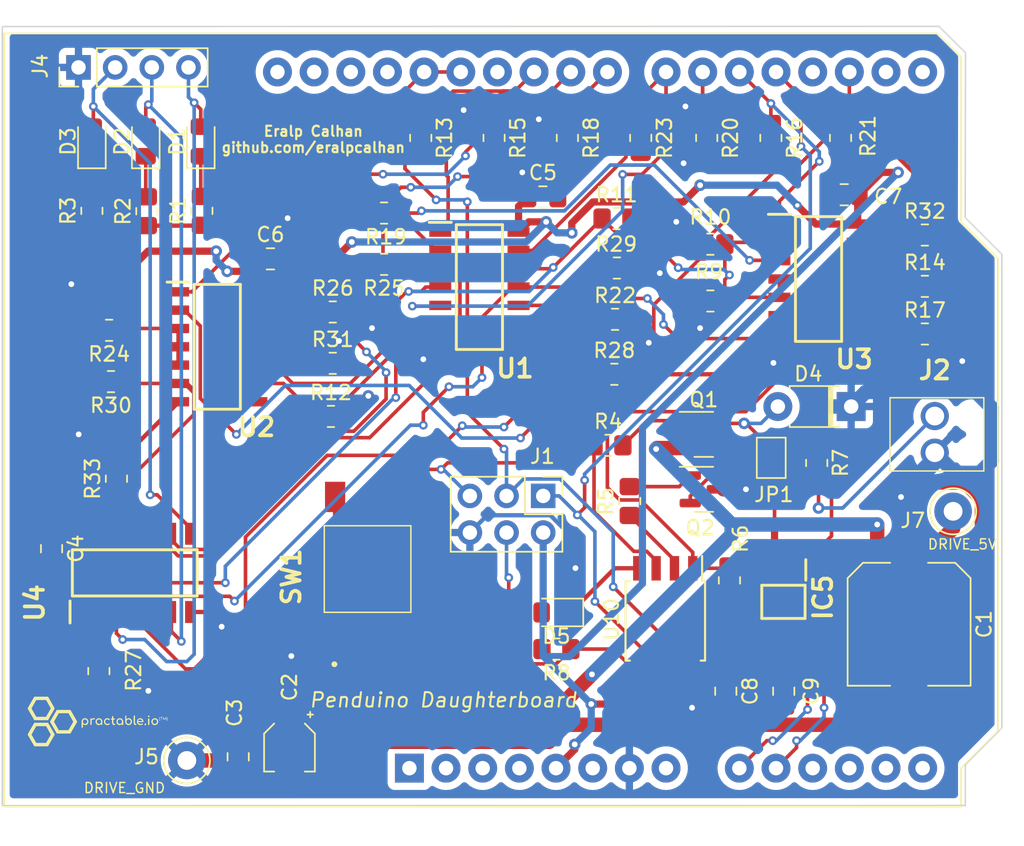
<source format=kicad_pcb>
(kicad_pcb (version 20211014) (generator pcbnew)
  (title_block (title "Driver Daughterboard") (date "2022-06-15") (rev "0"))
  (layers (0 "F.Cu" signal) (31 "B.Cu" signal) (34 "B.Paste" user) (35 "F.Paste" user) (36 "B.SilkS" user "B.Silkscreen") (37 "F.SilkS" user "F.Silkscreen") (38 "B.Mask" user) (39 "F.Mask" user) (44 "Edge.Cuts" user))
  (net 0 "")
  (net 1 "Net-(D1-Pad1)")
  (net 2 "Net-(D2-Pad1)")
  (net 3 "Net-(D3-Pad1)")
  (net 4 "SUP_LED_1")
  (net 5 "SUP_LED_2")
  (net 6 "STU_LED_1")
  (net 7 "STU_LED_2")
  (net 8 "SUP_LED_3")
  (net 9 "STU_LED_3")
  (net 10 "Net-(J1-Pad4)")
  (net 29 "Net-(J1-Pad5)")
  (net 30 "STUDENT_ENABLE")
  (net 31 "D_5V")
  (net 32 "Net-(Q1-Pad1)")
  (net 33 "CURRENT_SENSE_OUT")
  (net 34 "LOAD_INPUT")
  (net 35 "DRIVE_INPUT")
  (net 36 "DRIVE_5V")
  (net 37 "DRIVE_GND")
  (net 40 "CURRENT_SIGN_OUT")
  (net 41 "Net-(D4-Pad2)")
  (net 42 "Net-(J2-Pad2)")
  (net 43 "Net-(D1-Pad2)")
  (net 44 "Net-(D2-Pad2)")
  (net 45 "Net-(D3-Pad2)")
  (net 46 "Net-(D5-Pad2)")
  (net 47 "Net-(R17-Pad1)")
  (net 48 "Net-(R19-Pad1)")
  (net 49 "Net-(R22-Pad1)")
  (net 50 "Net-(R24-Pad1)")
  (net 51 "Net-(R25-Pad1)")
  (net 52 "Net-(R26-Pad1)")
  (net 53 "Net-(R27-Pad1)")
  (net 54 "Net-(R28-Pad1)")
  (net 55 "Net-(R29-Pad1)")
  (net 56 "Net-(R31-Pad1)")
  (net 57 "Net-(R32-Pad1)")
  (net 58 "Net-(R33-Pad1)")
  (net 61 "Net-(IC5-Pad3)")
  (net 62 "Net-(IC5-Pad6)")
  (net 63 "Net-(R30-Pad1)")
  (net 64 "DRIVE_OUT")
  (net 65 "LOAD_OUT")
  (net 66 "Net-(Q2-Pad1)")
  (footprint "Capacitor_SMD:C_0805_2012Metric_Pad1.18x1.45mm_HandSolder" (layer "F.Cu") (at 109.6772 70.8914)
    (fp_text reference "C6")
    (fp_text value "0.1uF")
  )
  (footprint "NetTie:NetTie-2_SMD_Pad0.5mm" (layer "F.Cu") (at 144.6022 90.3224 -90)
    (fp_text reference "NT1" hide)
    (fp_text value "NetTie_2")
  )
  (footprint "Resistor_SMD:R_0805_2012Metric_Pad1.20x1.40mm_HandSolder" (layer "F.Cu") (at 97.3074 67.5644 90)
    (fp_text reference "R3")
    (fp_text value "680")
  )
  (footprint "Package_TO_SOT_SMD:SOT-23" (layer "F.Cu") (at 139.7 86.868)
    (fp_text reference "Q2")
    (fp_text value "BD911")
  )
  (footprint "Resistor_SMD:R_0805_2012Metric_Pad1.20x1.40mm_HandSolder" (layer "F.Cu") (at 135.3312 62.5094 -90)
    (fp_text reference "R23")
    (fp_text value "10k")
  )
  (footprint "Connector_PinHeader_2.54mm:PinHeader_1x04_P2.54mm_Vertical" (layer "F.Cu") (at 96.38 57.62 90)
    (fp_text reference "J4")
    (fp_text value "Conn_01x04")
  )
  (footprint "Resistor_SMD:R_0805_2012Metric_Pad1.20x1.40mm_HandSolder" (layer "F.Cu") (at 130.2512 62.5094 -90)
    (fp_text reference "R18")
    (fp_text value "10k")
  )
  (footprint "Resistor_SMD:R_0805_2012Metric_Pad1.20x1.40mm_HandSolder" (layer "F.Cu") (at 133.6548 68.0974)
    (fp_text reference "R11")
    (fp_text value "10k")
  )
  (footprint "Package_SO:SOIC127P600X175-14N" (layer "F.Cu") (at 124.1552 72.8472)
    (fp_text reference "U1")
    (fp_text value "4081" hide)
  )
  (footprint "Resistor_SMD:R_0805_2012Metric_Pad1.20x1.40mm_HandSolder" (layer "F.Cu") (at 140.1572 73.8124 180)
    (fp_text reference "R9")
    (fp_text value "10k")
  )
  (footprint "Capacitor_SMD:C_0805_2012Metric_Pad1.18x1.45mm_HandSolder" (layer "F.Cu") (at 128.5494 66.5988)
    (fp_text reference "C5")
    (fp_text value "0.1uF")
  )
  (footprint "Package_SO:SOIC127P600X175-14N" (layer "F.Cu") (at 105.9942 76.9874)
    (fp_text reference "U2")
    (fp_text value "4011" hide)
  )
  (footprint "Capacitor_SMD:C_0805_2012Metric_Pad1.18x1.45mm_HandSolder" (layer "F.Cu") (at 141.224 100.8595 -90)
    (fp_text reference "C8")
    (fp_text value "100nF")
  )
  (footprint "Package_TO_SOT_SMD:SOT-23" (layer "F.Cu") (at 139.7 83.058)
    (fp_text reference "Q1")
    (fp_text value "BC858W")
  )
  (footprint "Resistor_SMD:R_0805_2012Metric_Pad1.20x1.40mm_HandSolder" (layer "F.Cu") (at 113.9952 78.1304)
    (fp_text reference "R31")
    (fp_text value "10k")
  )
  (footprint "NetTie:NetTie-2_SMD_Pad0.5mm" (layer "F.Cu") (at 143.3322 98.7044 180)
    (fp_text reference "NT2" hide)
    (fp_text value "NetTie_2")
  )
  (footprint "Resistor_SMD:R_0805_2012Metric_Pad1.20x1.40mm_HandSolder" (layer "F.Cu") (at 155.0162 76.0984)
    (fp_text reference "R17")
    (fp_text value "10k")
  )
  (footprint "Resistor_SMD:R_0805_2012Metric_Pad1.20x1.40mm_HandSolder" (layer "F.Cu") (at 101.1174 67.5894 90)
    (fp_text reference "R2")
    (fp_text value "330")
  )
  (footprint "Capacitor_SMD:C_0805_2012Metric_Pad1.18x1.45mm_HandSolder" (layer "F.Cu") (at 107.442 105.41 -90)
    (fp_text reference "C3")
    (fp_text value "0.1u")
  )
  (footprint "Jumper:SolderJumper-2_P1.3mm_Open_Pad1.0x1.5mm" (layer "F.Cu") (at 144.3736 84.6836 -90)
    (fp_text reference "JP1")
    (fp_text value "Shunt Bypass")
  )
  (footprint "Resistor_SMD:R_0805_2012Metric_Pad1.20x1.40mm_HandSolder" (layer "F.Cu") (at 147.5232 85.0392 -90)
    (fp_text reference "R7")
    (fp_text value "10R")
  )
  (footprint "Resistor_SMD:R_0805_2012Metric_Pad1.20x1.40mm_HandSolder" (layer "F.Cu") (at 149.1742 62.5094 -90)
    (fp_text reference "R21")
    (fp_text value "10k")
  )
  (footprint "Capacitor_SMD:C_0805_2012Metric_Pad1.18x1.45mm_HandSolder" (layer "F.Cu") (at 145.2372 100.8634 -90)
    (fp_text reference "C9")
    (fp_text value "0.1uF")
  )
  (footprint "Resistor_SMD:R_0805_2012Metric_Pad1.20x1.40mm_HandSolder" (layer "F.Cu") (at 117.5512 67.7164 180)
    (fp_text reference "R19")
    (fp_text value "10k")
  )
  (footprint "Resistor_SMD:R_0805_2012Metric_Pad1.20x1.40mm_HandSolder" (layer "F.Cu") (at 155.0162 72.7964)
    (fp_text reference "R14")
    (fp_text value "10k")
  )
  (footprint "Resistor_SMD:R_0805_2012Metric_Pad1.20x1.40mm_HandSolder" (layer "F.Cu") (at 139.9032 62.5094 -90)
    (fp_text reference "R20")
    (fp_text value "10k")
  )
  (footprint "LED_SMD:LED_0805_2012Metric_Pad1.15x1.40mm_HandSolder" (layer "F.Cu") (at 104.8512 62.7544 90)
    (fp_text reference "D1")
    (fp_text value "LED")
  )
  (footprint "Resistor_SMD:R_0805_2012Metric_Pad1.20x1.40mm_HandSolder" (layer "F.Cu") (at 113.8682 81.8134)
    (fp_text reference "R12")
    (fp_text value "10k")
  )
  (footprint "Capacitor_SMD:CP_Elec_3x5.3" (layer "F.Cu") (at 110.998 104.672 -90)
    (fp_text reference "C2")
    (fp_text value "10u")
  )
  (footprint "LED_SMD:LED_0805_2012Metric_Pad1.15x1.40mm_HandSolder" (layer "F.Cu") (at 97.3074 62.7544 90)
    (fp_text reference "D3")
    (fp_text value "LED")
  )
  (footprint "Package_SO:SOIC127P600X175-14N" (layer "F.Cu") (at 147.6502 72.2884)
    (fp_text reference "U3")
    (fp_text value "4011" hide)
  )
  (footprint "Diode_THT:D_T-1_P5.08mm_Horizontal" (layer "F.Cu") (at 149.9108 81.1276 180)
    (fp_text reference "D4")
    (fp_text value "1N4002")
  )
  (footprint "Resistor_SMD:R_0805_2012Metric_Pad1.20x1.40mm_HandSolder" (layer "F.Cu") (at 97.79 99.4664 -90)
    (fp_text reference "R27")
    (fp_text value "10k")
  )
  (footprint "Resistor_SMD:R_0805_2012Metric_Pad1.20x1.40mm_HandSolder" (layer "F.Cu") (at 140.1572 69.8754 180)
    (fp_text reference "R10")
    (fp_text value "10k")
  )
  (footprint "Package_SO:SOIC127P600X175-14N" (layer "F.Cu") (at 100.2792 92.6592 90)
    (fp_text reference "U4")
    (fp_text value "4071" hide)
  )
  (footprint "Resistor_SMD:R_0805_2012Metric_Pad1.20x1.40mm_HandSolder" (layer "F.Cu") (at 141.478 93.1805 -90)
    (fp_text reference "R6")
    (fp_text value "100k")
  )
  (footprint "LED_SMD:LED_0805_2012Metric_Pad1.15x1.40mm_HandSolder" (layer "F.Cu") (at 101.0412 62.7544 90)
    (fp_text reference "D2")
    (fp_text value "LED")
  )
  (footprint "000_Graphics_Immo:practactable.io_text_10x4" (layer "F.Cu") (at 97.663 102.997)
    (fp_text reference "G***" hide)
    (fp_text value "LOGO" hide)
  )
  (footprint "Resistor_SMD:R_0805_2012Metric_Pad1.20x1.40mm_HandSolder" (layer "F.Cu") (at 129.4892 97.9424 180)
    (fp_text reference "R8")
    (fp_text value "680")
  )
  (footprint "Resistor_SMD:R_0805_2012Metric_Pad1.20x1.40mm_HandSolder" (layer "F.Cu") (at 98.6282 79.4004 180)
    (fp_text reference "R30")
    (fp_text value "10k")
  )
  (footprint "Package_SO:SOIC-8W_5.3x5.3mm_P1.27mm" (layer "F.Cu") (at 137.033 95.9905 -90)
    (fp_text reference "U10")
    (fp_text value "ATtiny85-20S")
  )
  (footprint "Resistor_SMD:R_0805_2012Metric_Pad1.20x1.40mm_HandSolder" (layer "F.Cu") (at 133.5532 75.0824)
    (fp_text reference "R22")
    (fp_text value "10k")
  )
  (footprint "Connector_PinHeader_2.54mm:PinHeader_2x03_P2.54mm_Vertical" (layer "F.Cu") (at 128.5748 87.3252 -90)
    (fp_text reference "J1")
    (fp_text value "AVR-ISP-6")
  )
  (footprint "Audio_Module:Infineon Motor Sheild hiddenPins" (layer "F.Cu") (at 99.6188 86.5124 90)
    (fp_text reference "A1" hide)
    (fp_text value "Infineon Motor Shield MOD" hide)
  )
  (footprint "Resistor_SMD:R_0805_2012Metric_Pad1.20x1.40mm_HandSolder" (layer "F.Cu") (at 98.5012 75.8444 180)
    (fp_text reference "R24")
    (fp_text value "10k")
  )
  (footprint "LED_SMD:LED_0805_2012Metric_Pad1.15x1.40mm_HandSolder" (layer "F.Cu") (at 129.4892 95.4024 180)
    (fp_text reference "D5")
    (fp_text value "LED")
  )
  (footprint "Resistor_SMD:R_0805_2012Metric_Pad1.20x1.40mm_HandSolder" (layer "F.Cu") (at 134.5692 87.6808 -90)
    (fp_text reference "R5")
    (fp_text value "2k2")
  )
  (footprint "Resistor_SMD:R_0805_2012Metric_Pad1.20x1.40mm_HandSolder" (layer "F.Cu") (at 133.096 83.82 180)
    (fp_text reference "R4")
    (fp_text value "2k2")
  )
  (footprint "Connector_Pin:Pin_D1.3mm_L11.0mm" (layer "F.Cu") (at 156.972 88.392 -90)
    (fp_text reference "J7")
    (fp_text value "DRIVE_5V_IN")
  )
  (footprint "Connector_Pin:Pin_D1.3mm_L11.0mm" (layer "F.Cu") (at 103.886 105.664 -90)
    (fp_text reference "J5")
    (fp_text value "DRIVE_GND")
  )
  (footprint "Resistor_SMD:R_0805_2012Metric_Pad1.20x1.40mm_HandSolder" (layer "F.Cu") (at 155.0162 69.2404)
    (fp_text reference "R32")
    (fp_text value "10k")
  )
  (footprint "Capacitor_SMD:C_Elec_8x10.2" (layer "F.Cu") (at 153.924 96.222 -90)
    (fp_text reference "C1")
    (fp_text value "470u")
  )
  (footprint "Capacitor_SMD:C_0805_2012Metric_Pad1.18x1.45mm_HandSolder" (layer "F.Cu") (at 94.5134 90.9828 -90)
    (fp_text reference "C4")
    (fp_text value "0.1uF")
  )
  (footprint "Resistor_SMD:R_0805_2012Metric_Pad1.20x1.40mm_HandSolder" (layer "F.Cu") (at 113.9952 74.5744)
    (fp_text reference "R26")
    (fp_text value "10k")
  )
  (footprint "Button_Switch_SMD:13019319" (layer "F.Cu") (at 116.4082 93.2434 90)
    (fp_text reference "SW1")
    (fp_text value "SW_Push" hide)
  )
  (footprint "Connector_Molex:RSPROPenduinoTerminal" (layer "F.Cu") (at 155.702 84.328 90)
    (fp_text reference "J2")
    (fp_text value "Coil" hide)
  )
  (footprint "Resistor_SMD:R_0805_2012Metric_Pad1.20x1.40mm_HandSolder" (layer "F.Cu") (at 144.3482 62.5094 -90)
    (fp_text reference "R16")
    (fp_text value "10k")
  )
  (footprint "Resistor_SMD:R_0805_2012Metric_Pad1.20x1.40mm_HandSolder" (layer "F.Cu") (at 104.9274 67.5644 90)
    (fp_text reference "R1")
    (fp_text value "330")
  )
  (footprint "Resistor_SMD:R_0805_2012Metric_Pad1.20x1.40mm_HandSolder" (layer "F.Cu") (at 120.0912 62.5094 -90)
    (fp_text reference "R13")
    (fp_text value "10k")
  )
  (footprint "Resistor_SMD:R_0805_2012Metric_Pad1.20x1.40mm_HandSolder" (layer "F.Cu") (at 133.5024 78.8924)
    (fp_text reference "R28")
    (fp_text value "10k")
  )
  (footprint "Resistor_SMD:R_0805_2012Metric_Pad1.20x1.40mm_HandSolder" (layer "F.Cu") (at 99.0092 86.1314 90)
    (fp_text reference "R33")
    (fp_text value "10k")
  )
  (footprint "Resistor_SMD:R_0805_2012Metric_Pad1.20x1.40mm_HandSolder" (layer "F.Cu") (at 125.1712 62.5094 -90)
    (fp_text reference "R15")
    (fp_text value "10k")
  )
  (footprint "Resistor_SMD:R_0805_2012Metric_Pad1.20x1.40mm_HandSolder" (layer "F.Cu") (at 133.6802 71.5264)
    (fp_text reference "R29")
    (fp_text value "10k")
  )
  (footprint "Resistor_SMD:R_0805_2012Metric_Pad1.20x1.40mm_HandSolder" (layer "F.Cu") (at 117.5512 71.2724 180)
    (fp_text reference "R25")
    (fp_text value "10k")
  )
  (footprint "Sensor_Current:SOP65P490X110-8N" (layer "F.Cu") (at 145.217 94.668 -90)
    (fp_text reference "IC5")
    (fp_text value "MAX9928FAUA+" hide)
  )
  (footprint "Capacitor_SMD:C_0805_2012Metric_Pad1.18x1.45mm_HandSolder" (layer "F.Cu") (at 149.4282 66.4464 180)
    (fp_text reference "C7")
    (fp_text value "0.1uF")
  )
  (gr_line (start 156.012 54.796) (end 155.992 54.776) (layer "Edge.Cuts") (width 0.1))
  (gr_line (start 157.822 105.966) (end 160.352 103.416) (layer "Edge.Cuts") (width 0.1))
  (gr_line (start 160.352 103.416) (end 160.352 70.576) (layer "Edge.Cuts") (width 0.1))
  (gr_line (start 160.352 70.576) (end 157.812 68.036) (layer "Edge.Cuts") (width 0.1))
  (gr_line (start 157.812 68.036) (end 157.832 56.606) (layer "Edge.Cuts") (width 0.1))
  (gr_line (start 91.102 108.776) (end 91.102 108.796) (layer "Edge.Cuts") (width 0.1))
  (gr_line (start 91.102 108.796) (end 157.802 108.786) (layer "Edge.Cuts") (width 0.1))
  (gr_line (start 157.802 108.786) (end 157.822 108.786) (layer "Edge.Cuts") (width 0.1))
  (gr_line (start 91.102 54.786) (end 91.102 108.776) (layer "Edge.Cuts") (width 0.1))
  (gr_line (start 157.822 108.786) (end 157.822 105.966) (layer "Edge.Cuts") (width 0.1))
  (gr_line (start 155.992 54.776) (end 91.102 54.786) (layer "Edge.Cuts") (width 0.1))
  (gr_line (start 157.832 56.606) (end 156.012 54.796) (layer "Edge.Cuts") (width 0.1))
  (gr_text "Penduino Daughterboard" (at 121.666 101.473) (layer "F.SilkS") (effects (font (size 1 1) (thickness 0.14) italic)))
  (gr_text "Eralp Calhan\ngithub.com/eralpcalhan\n" (at 112.649 62.611) (layer "F.SilkS") (effects (font (size 0.7 0.7))))
  (gr_text "DRIVE_GND" (at 99.568 107.569) (layer "F.SilkS") (effects (font (size 0.7 0.7) (thickness 0.1))))
  (gr_text "DRIVE_5V" (at 157.607 90.678) (layer "F.SilkS") (effects (font (size 0.7 0.7) (thickness 0.1))))
  (segment (start 104.8512 63.7794) (end 104.8512 66.4882) (width 0.25) (layer "F.Cu") (net 1))
  (segment (start 101.0412 63.7794) (end 101.0412 66.5132) (width 0.25) (layer "F.Cu") (net 2))
  (segment (start 97.3074 63.7794) (end 97.3074 66.5644) (width 0.25) (layer "F.Cu") (net 3))
  (segment (start 122.338689 59.261911) (end 126.619289 59.261911) (width 0.25) (layer "F.Cu") (net 4))
  (segment (start 121.86151 63.206597) (end 125.806196 59.261911) (width 0.25) (layer "F.Cu") (net 4))
  (segment (start 121.98851 65.218806) (end 121.86151 65.091806) (width 0.25) (layer "F.Cu") (net 4))
  (segment (start 121.4432 69.0372) (end 121.98851 68.49189) (width 0.25) (layer "F.Cu") (net 4))
  (segment (start 120.0912 61.5094) (end 122.338689 59.261911) (width 0.25) (layer "F.Cu") (net 4))
  (segment (start 126.619289 59.261911) (end 127.9438 57.9374) (width 0.25) (layer "F.Cu") (net 4))
  (segment (start 125.806196 59.261911) (end 126.619289 59.261911) (width 0.25) (layer "F.Cu") (net 4))
  (segment (start 121.98851 68.49189) (end 121.98851 65.218806) (width 0.25) (layer "F.Cu") (net 4))
  (segment (start 121.86151 65.091806) (end 121.86151 63.206597) (width 0.25) (layer "F.Cu") (net 4))
  (segment (start 149.1742 61.5094) (end 149.7838 60.8998) (width 0.25) (layer "F.Cu") (net 5))
  (segment (start 136.190099 77.432501) (end 136.614501 77.008099) (width 0.25) (layer "F.Cu") (net 5))
  (segment (start 127.3047 75.3872) (end 129.7685 77.851) (width 0.25) (layer "F.Cu") (net 5))
  (segment (start 136.614501 77.008099) (end 136.614501 76.407901) (width 0.25) (layer "F.Cu") (net 5))
  (segment (start 146.24968 64.43392) (end 149.1742 61.5094) (width 0.25) (layer "F.Cu") (net 5))
  (segment (start 136.23751 74.07449) (end 139.41208 70.89992) (width 0.25) (layer "F.Cu") (net 5))
  (segment (start 149.7838 60.8998) (end 149.7838 57.9374) (width 0.25) (layer "F.Cu") (net 5))
  (segment (start 140.23268 70.412413) (end 140.23268 69.187427) (width 0.25) (layer "F.Cu") (net 5))
  (segment (start 144.986187 64.43392) (end 146.24968 64.43392) (width 0.25) (layer "F.Cu") (net 5))
  (segment (start 136.23751 76.03091) (end 136.23751 74.07449) (width 0.25) (layer "F.Cu") (net 5))
  (segment (start 136.614501 76.407901) (end 136.23751 76.03091) (width 0.25) (layer "F.Cu") (net 5))
  (segment (start 129.7685 77.851) (end 135.171402 77.851) (width 0.25) (layer "F.Cu") (net 5))
  (segment (start 139.41208 70.89992) (end 139.745173 70.89992) (width 0.25) (layer "F.Cu") (net 5))
  (segment (start 139.745173 70.89992) (end 140.23268 70.412413) (width 0.25) (layer "F.Cu") (net 5))
  (segment (start 135.589901 77.432501) (end 136.190099 77.432501) (width 0.25) (layer "F.Cu") (net 5))
  (segment (start 140.23268 69.187427) (end 144.986187 64.43392) (width 0.25) (layer "F.Cu") (net 5))
  (segment (start 135.171402 77.851) (end 135.589901 77.432501) (width 0.25) (layer "F.Cu") (net 5))
  (segment (start 139.6238 61.23) (end 139.6238 57.9374) (width 0.25) (layer "F.Cu") (net 6))
  (segment (start 139.6238 60.829293) (end 135.416593 65.0365) (width 0.25) (layer "F.Cu") (net 6))
  (segment (start 139.6238 57.9374) (end 139.6238 60.829293) (width 0.25) (layer "F.Cu") (net 6))
  (segment (start 135.416593 65.0365) (end 134.07737 65.0365) (width 0.25) (layer "F.Cu") (net 6))
  (segment (start 119.507 74.168) (end 121.3924 74.168) (width 0.25) (layer "F.Cu") (net 6))
  (via (at 119.507 74.168) (size 0.6) (drill 0.3) (layers "F.Cu" "B.Cu") (net 6))
  (via (at 134.07737 65.0365) (size 0.6) (drill 0.3) (layers "F.Cu" "B.Cu") (net 6))
  (segment (start 134.07737 67.558009) (end 134.07737 65.0365) (width 0.25) (layer "B.Cu") (net 6))
  (segment (start 127.467379 74.168) (end 134.07737 67.558009) (width 0.25) (layer "B.Cu") (net 6))
  (segment (start 119.507 74.168) (end 127.467379 74.168) (width 0.25) (layer "B.Cu") (net 6))
  (segment (start 126.8672 70.3072) (end 127.843249 70.3072) (width 0.25) (layer "F.Cu") (net 7))
  (segment (start 135.3312 61.5094) (end 137.0838 59.7568) (width 0.25) (layer "F.Cu") (net 7))
  (segment (start 127.843249 70.3072) (end 134.30668 63.843769) (width 0.25) (layer "F.Cu") (net 7))
  (segment (start 137.0838 59.7568) (end 137.0838 57.9374) (width 0.25) (layer "F.Cu") (net 7))
  (segment (start 134.30668 60.71452) (end 137.0838 57.9374) (width 0.25) (layer "F.Cu") (net 7))
  (segment (start 134.30668 63.843769) (end 134.30668 60.71452) (width 0.25) (layer "F.Cu") (net 7))
  (segment (start 126.9118 61.5094) (end 130.4838 57.9374) (width 0.25) (layer "F.Cu") (net 8))
  (segment (start 112.3864 65.024) (end 104.233 73.1774) (width 0.25) (layer "F.Cu") (net 8))
  (segment (start 125.1712 61.5094) (end 126.9118 61.5094) (width 0.25) (layer "F.Cu") (net 8))
  (segment (start 117.475 65.024) (end 112.3864 65.024) (width 0.25) (layer "F.Cu") (net 8))
  (segment (start 104.233 73.1774) (end 103.2822 73.1774) (width 0.25) (layer "F.Cu") (net 8))
  (segment (start 125.1712 61.5094) (end 123.19 63.4906) (width 0.25) (layer "F.Cu") (net 8))
  (segment (start 123.19 63.4906) (end 123.19 63.754) (width 0.25) (layer "F.Cu") (net 8))
  (via (at 117.475 65.024) (size 0.6) (drill 0.3) (layers "F.Cu" "B.Cu") (net 8))
  (via (at 123.19 63.754) (size 0.6) (drill 0.3) (layers "F.Cu" "B.Cu") (net 8))
  (segment (start 123.19 63.754) (end 121.92 65.024) (width 0.25) (layer "B.Cu") (net 8))
  (segment (start 121.92 65.024) (end 117.475 65.024) (width 0.25) (layer "B.Cu") (net 8))
  (segment (start 118.725835 65.929272) (end 117.47572 67.179387) (width 0.25) (layer "F.Cu") (net 9))
  (segment (start 125.773657 65.187543) (end 122.639635 65.187543) (width 0.25) (layer "F.Cu") (net 9))
  (segment (start 130.2512 60.71) (end 133.0238 57.9374) (width 0.25) (layer "F.Cu") (net 9))
  (segment (start 133.0238 57.9374) (end 125.773657 65.187543) (width 0.25) (layer "F.Cu") (net 9))
  (segment (start 117.47572 67.179387) (end 117.47572 77.262373) (width 0.25) (layer "F.Cu") (net 9))
  (segment (start 111.217904 79.5274) (end 109.947904 78.2574) (width 0.25) (layer "F.Cu") (net 9))
  (segment (start 130.2512 61.5094) (end 130.2512 60.71) (width 0.25) (layer "F.Cu") (net 9))
  (segment (start 109.947904 78.2574) (end 108.7062 78.2574) (width 0.25) (layer "F.Cu") (net 9))
  (segment (start 117.47572 77.262373) (end 115.210693 79.5274) (width 0.25) (layer "F.Cu") (net 9))
  (segment (start 115.210693 79.5274) (end 111.217904 79.5274) (width 0.25) (layer "F.Cu") (net 9))
  (segment (start 119.402095 65.929272) (end 118.725835 65.929272) (width 0.25) (layer "F.Cu") (net 9))
  (via (at 119.402095 65.929272) (size 0.6) (drill 0.3) (layers "F.Cu" "B.Cu") (net 9))
  (via (at 122.639635 65.187543) (size 0.6) (drill 0.3) (layers "F.Cu" "B.Cu") (net 9))
  (segment (start 121.897906 65.929272) (end 122.639635 65.187543) (width 0.25) (layer "B.Cu") (net 9))
  (segment (start 119.402095 65.929272) (end 121.897906 65.929272) (width 0.25) (layer "B.Cu") (net 9))
  (segment (start 127.901227 98.96692) (end 129.46468 98.96692) (width 0.25) (layer "F.Cu") (net 10))
  (segment (start 130.4892 97.9424) (end 133.4299 97.9424) (width 0.25) (layer "F.Cu") (net 10))
  (segment (start 126.1872 97.252893) (end 127.901227 98.96692) (width 0.25) (layer "F.Cu") (net 10))
  (segment (start 129.46468 98.96692) (end 130.4892 97.9424) (width 0.25) (layer "F.Cu") (net 10))
  (segment (start 126.1872 92.9894) (end 126.1872 97.252893) (width 0.25) (layer "F.Cu") (net 10))
  (segment (start 133.4299 97.9424) (end 135.128 99.6405) (width 0.25) (layer "F.Cu") (net 10))
  (via (at 126.1872 92.9894) (size 0.6) (drill 0.3) (layers "F.Cu" "B.Cu") (net 10))
  (segment (start 126.0348 89.8652) (end 126.0348 92.837) (width 0.25) (layer "B.Cu") (net 10))
  (segment (start 126.0348 92.837) (end 126.1872 92.9894) (width 0.25) (layer "B.Cu") (net 10))
  (segment (start 131.508027 82.79548) (end 129.271997 85.03151) (width 0.25) (layer "F.Cu") (net 29))
  (segment (start 135.30282 87.60532) (end 133.881227 87.60532) (width 0.25) (layer "F.Cu") (net 29))
  (segment (start 133.02052 86.744613) (end 133.02052 83.132027) (width 0.25) (layer "F.Cu") (net 29))
  (segment (start 133.881227 87.60532) (end 133.02052 86.744613) (width 0.25) (layer "F.Cu") (net 29))
  (segment (start 118.6582 87.3934) (end 118.6582 97.3934) (width 0.25) (layer "F.Cu") (net 29))
  (segment (start 138.938 92.3405) (end 138.938 91.2405) (width 0.25) (layer "F.Cu") (net 29))
  (segment (start 118.6582 87.3934) (end 120.56515 85.48645) (width 0.25) (layer "F.Cu") (net 29))
  (segment (start 132.683973 82.79548) (end 131.508027 82.79548) (width 0.25) (layer "F.Cu") (net 29))
  (segment (start 120.56515 85.48645) (end 121.498589 85.48645) (width 0.25) (layer "F.Cu") (net 29))
  (segment (start 133.02052 83.132027) (end 132.683973 82.79548) (width 0.25) (layer "F.Cu") (net 29))
  (segment (start 121.953529 85.03151) (end 121.498589 85.48645) (width 0.25) (layer "F.Cu") (net 29))
  (segment (start 129.271997 85.03151) (end 121.953529 85.03151) (width 0.25) (layer "F.Cu") (net 29))
  (segment (start 138.938 92.3405) (end 141.318 92.3405) (width 0.25) (layer "F.Cu") (net 29))
  (segment (start 138.938 91.2405) (end 135.30282 87.60532) (width 0.25) (layer "F.Cu") (net 29))
  (via (at 121.498589 85.48645) (size 0.6) (drill 0.3) (layers "F.Cu" "B.Cu") (net 29))
  (segment (start 121.65605 85.48645) (end 121.498589 85.48645) (width 0.25) (layer "B.Cu") (net 29))
  (segment (start 123.4948 87.3252) (end 121.65605 85.48645) (width 0.25) (layer "B.Cu") (net 29))
  (segment (start 144.9382 72.2884) (end 144.9382 73.5584) (width 0.25) (layer "F.Cu") (net 30))
  (segment (start 136.770911 70.349911) (end 137.924911 71.503911) (width 0.25) (layer "F.Cu") (net 30))
  (segment (start 121.4432 72.8472) (end 120.4307 72.8472) (width 0.25) (layer "F.Cu") (net 30))
  (segment (start 120.4307 72.8472) (end 120.1259 73.152) (width 0.25) (layer "F.Cu") (net 30))
  (segment (start 153.2542 73.5584) (end 154.0162 72.7964) (width 0.25) (layer "F.Cu") (net 30))
  (segment (start 118.364 77.216) (end 114.79112 80.78888) (width 0.25) (layer "F.Cu") (net 30))
  (segment (start 132.6548 68.0974) (end 129.2686 71.4836) (width 0.25) (layer "F.Cu") (net 30))
  (segment (start 141.2842 69.7484) (end 144.9382 69.7484) (width 0.25) (layer "F.Cu") (net 30))
  (segment (start 150.3622 73.5584) (end 150.3622 74.8284) (width 0.25) (layer "F.Cu") (net 30))
  (segment (start 144.9382 68.4784) (end 144.9382 66.8978) (width 0.25) (layer "F.Cu") (net 30))
  (segment (start 141.1572 72.3298) (end 141.478 72.009) (width 0.25) (layer "F.Cu") (net 30))
  (segment (start 119.253 73.152) (end 119.126 73.152) (width 0.25) (layer "F.Cu") (net 30))
  (segment (start 144.3482 61.5094) (end 144.3482 60.1218) (width 0.25) (layer "F.Cu") (net 30))
  (segment (start 144.3482 60.1218) (end 142.1638 57.9374) (width 0.25) (layer "F.Cu") (net 30))
  (segment (start 134.907311 70.349911) (end 136.770911 70.349911) (width 0.25) (layer "F.Cu") (net 30))
  (segment (start 141.1572 71.6882) (end 141.478 72.009) (width 0.25) (layer "F.Cu") (net 30))
  (segment (start 144.9382 66.8978) (end 147.701 64.135) (width 0.25) (layer "F.Cu") (net 30))
  (segment (start 141.1572 69.8754) (end 141.1572 71.6882) (width 0.25) (layer "F.Cu") (net 30))
  (segment (start 110.5822 79.5274) (end 112.8682 81.8134) (width 0.25) (layer "F.Cu") (net 30))
  (segment (start 120.1259 73.152) (end 119.253 73.152) (width 0.25) (layer "F.Cu") (net 30))
  (segment (start 132.6548 68.0974) (end 134.907311 70.349911) (width 0.25) (layer "F.Cu") (net 30))
  (segment (start 150.3622 73.5584) (end 153.2542 73.5584) (width 0.25) (layer "F.Cu") (net 30))
  (segment (start 118.364 73.914) (end 118.364 77.216) (width 0.25) (layer "F.Cu") (net 30))
  (segment (start 114.79112 80.78888) (end 113.89272 80.78888) (width 0.25) (layer "F.Cu") (net 30))
  (segment (start 144.9382 73.5584) (end 141.4112 73.5584) (width 0.25) (layer "F.Cu") (net 30))
  (segment (start 141.1572 73.8124) (end 141.1572 72.3298) (width 0.25) (layer "F.Cu") (net 30))
  (segment (start 144.9382 68.4784) (end 144.9382 69.7484) (width 0.25) (layer "F.Cu") (net 30))
  (segment (start 129.175 71.5772) (end 126.8672 71.5772) (width 0.25) (layer "F.Cu") (net 30))
  (segment (start 108.7062 79.5274) (end 110.5822 79.5274) (width 0.25) (layer "F.Cu") (net 30))
  (segment (start 113.89272 80.78888) (end 112.8682 81.8134) (width 0.25) (layer "F.Cu") (net 30))
  (segment (start 119.126 73.152) (end 118.364 73.914) (width 0.25) (layer "F.Cu") (net 30))
  (segment (start 144.9382 73.5584) (end 150.3622 73.5584) (width 0.25) (layer "F.Cu") (net 30))
  (segment (start 129.2686 71.4836) (end 129.175 71.5772) (width 0.25) (layer "F.Cu") (net 30))
  (via (at 141.478 72.009) (size 0.6) (drill 0.3) (layers "F.Cu" "B.Cu") (net 30))
  (via (at 144.3482 60.1218) (size 0.6) (drill 0.3) (layers "F.Cu" "B.Cu") (net 30))
  (via (at 137.924911 71.503911) (size 0.6) (drill 0.3) (layers "F.Cu" "B.Cu") (net 30))
  (via (at 147.701 64.135) (size 0.6) (drill 0.3) (layers "F.Cu" "B.Cu") (net 30))
  (via (at 119.253 73.152) (size 0.6) (drill 0.3) (layers "F.Cu" "B.Cu") (net 30))
  (via (at 129.2686 71.4836) (size 0.6) (drill 0.3) (layers "F.Cu" "B.Cu") (net 30))
  (segment (start 138.049 71.628) (end 137.924911 71.503911) (width 0.25) (layer "B.Cu") (net 30))
  (segment (start 147.701 64.135) (end 147.701 63.4746) (width 0.25) (layer "B.Cu") (net 30))
  (segment (start 147.701 63.4746) (end 144.3482 60.1218) (width 0.25) (layer "B.Cu") (net 30))
  (segment (start 119.253 73.152) (end 127.6002 73.152) (width 0.25) (layer "B.Cu") (net 30))
  (segment (start 141.478 72.009) (end 141.097 71.628) (width 0.25) (layer "B.Cu") (net 30))
  (segment (start 127.6002 73.152) (end 129.2686 71.4836) (width 0.25) (layer "B.Cu") (net 30))
  (segment (start 141.097 71.628) (end 138.049 71.628) (width 0.25) (layer "B.Cu") (net 30))
  (segment (start 152.0151 64.897) (end 153.162 64.897) (width 0.5) (layer "F.Cu") (net 31))
  (segment (start 101.19833 70.358) (end 105.918 70.358) (width 0.5) (layer "F.Cu") (net 31))
  (segment (start 127.5784 68.326) (end 126.8672 69.0372) (width 0.5) (layer "F.Cu") (net 31))
  (segment (start 130.556 68.40693) (end 130.556 69.088) (width 0.5) (layer "F.Cu") (net 31))
  (segment (start 138.938 99.6405) (end 138.938 100.444522) (width 0.5) (layer "F.Cu") (net 31))
  (segment (start 126.8672 69.0372) (end 126.8672 67.2435) (width 0.5) (layer "F.Cu") (net 31))
  (segment (start 109.81422 72.06592) (end 112.97308 72.06592) (width 0.5) (layer "F.Cu") (net 31))
  (segment (start 96.4692 89.9472) (end 94.5153 89.9472) (width 0.5) (layer "F.Cu") (net 31))
  (segment (start 138.28412 66.94788) (end 132.01505 66.94788) (width 0.5) (layer "F.Cu") (net 31))
  (segment (start 130.7592 104.902) (end 129.4638 106.1974) (width 0.5) (layer "F.Cu") (net 31))
  (segment (start 141.224 99.822) (end 139.1195 99.822) (width 0.5) (layer "F.Cu") (net 31))
  (segment (start 126.8672 67.2435) (end 127.5119 66.5988) (width 0.5) (layer "F.Cu") (net 31))
  (segment (start 138.938 100.444522) (end 137.630122 101.7524) (width 0.5) (layer "F.Cu") (net 31))
  (segment (start 139.1195 99.822) (end 138.938 99.6405) (width 0.5) (layer "F.Cu") (net 31))
  (segment (start 137.630122 101.7524) (end 131.9022 101.7524) (width 0.5) (layer "F.Cu") (net 31))
  (segment (start 142.3416 98.7044) (end 141.224 99.822) (width 0.5) (layer "F.Cu") (net 31))
  (segment (start 108.6397 70.8914) (end 108.6397 73.1109) (width 0.5) (layer "F.Cu") (net 31))
  (segment (start 141.478 97.3502) (end 142.8322 98.7044) (width 0.5) (layer "F.Cu") (net 31))
  (segment (start 128.778 68.326) (end 127.5784 68.326) (width 0.5) (layer "F.Cu") (net 31))
  (segment (start 106.68 71.755) (end 107.7761 71.755) (width 0.5) (layer "F.Cu") (net 31))
  (segment (start 130.7592 104.5464) (end 130.7592 104.902) (width 0.5) (layer "F.Cu") (net 31))
  (segment (start 145.2372 99.8259) (end 141.2279 99.8259) (width 0.5) (layer "F.Cu") (net 31))
  (segment (start 147.4724 68.4784) (end 146.177 67.183) (width 0.5) (layer "F.Cu") (net 31))
  (segment (start 150.4657 66.4464) (end 152.0151 64.897) (width 0.5) (layer "F.Cu") (net 31))
  (segment (start 150.3622 68.4784) (end 147.4724 68.4784) (width 0.5) (layer "F.Cu") (net 31))
  (segment (start 108.6397 70.8914) (end 109.81422 72.06592) (width 0.5) (layer "F.Cu") (net 31))
  (segment (start 132.01505 66.94788) (end 130.556 68.40693) (width 0.5) (layer "F.Cu") (net 31))
  (segment (start 107.7761 71.755) (end 108.6397 70.8914) (width 0.5) (layer "F.Cu") (net 31))
  (segment (start 112.97308 72.06592) (end 115.316 69.723) (width 0.5) (layer "F.Cu") (net 31))
  (segment (start 94.5134 89.9453) (end 94.5134 77.04293) (width 0.5) (layer "F.Cu") (net 31))
  (segment (start 141.478 94.1805) (end 141.478 97.3502) (width 0.5) (layer "F.Cu") (net 31))
  (segment (start 142.8322 98.7044) (end 142.3416 98.7044) (width 0.5) (layer "F.Cu") (net 31))
  (segment (start 139.446 65.786) (end 138.28412 66.94788) (width 0.5) (layer "F.Cu") (net 31))
  (segment (start 150.3622 68.4784) (end 150.3622 66.5499) (width 0.5) (layer "F.Cu") (net 31))
  (segment (start 94.5134 77.04293) (end 101.19833 70.358) (width 0.5) (layer "F.Cu") (net 31))
  (via (at 106.68 71.755) (size 0.8) (drill 0.4) (layers "F.Cu" "B.Cu") (net 31))
  (via (at 139.446 65.786) (size 0.8) (drill 0.4) (layers "F.Cu" "B.Cu") (net 31))
  (via (at 146.177 67.183) (size 0.6) (drill 0.3) (layers "F.Cu" "B.Cu") (net 31))
  (via (at 153.162 64.897) (size 0.8) (drill 0.4) (layers "F.Cu" "B.Cu") (net 31))
  (via (at 115.316 69.723) (size 0.8) (drill 0.4) (layers "F.Cu" "B.Cu") (net 31))
  (via (at 131.9022 101.7524) (size 0.8) (drill 0.4) (layers "F.Cu" "B.Cu") (net 31))
  (via (at 128.778 68.326) (size 0.8) (drill 0.4) (layers "F.Cu" "B.Cu") (net 31))
  (via (at 130.556 69.088) (size 0.8) (drill 0.4) (layers "F.Cu" "B.Cu") (net 31))
  (via (at 105.918 70.358) (size 0.8) (drill 0.4) (layers "F.Cu" "B.Cu") (net 31))
  (via (at 130.7592 104.5464) (size 0.8) (drill 0.4) (layers "F.Cu" "B.Cu") (net 31))
  (segment (start 128.6129 98.4631) (end 130.3909 98.4631) (width 0.5) (layer "B.Cu") (net 31))
  (segment (start 129.54 69.088) (end 128.778 68.326) (width 0.5) (layer "B.Cu") (net 31))
  (segment (start 131.9022 101.7524) (end 131.9022 103.4034) (width 0.5) (layer "B.Cu") (net 31))
  (segment (start 105.918 70.358) (end 105.918 70.993) (width 0.5) (layer "B.Cu") (net 31))
  (segment (start 146.177 67.183) (end 144.78 65.786) (width 0.5) (layer "B.Cu") (net 31))
  (segment (start 128.5748 89.8652) (end 128.5748 98.425) (width 0.5) (layer "B.Cu") (net 31))
  (segment (start 130.3909 98.4631) (end 135.44848 93.40552) (width 0.5) (layer "B.Cu") (net 31))
  (segment (start 130.556 69.088) (end 129.54 69.088) (width 0.5) (layer "B.Cu") (net 31))
  (segment (start 131.9022 103.4034) (end 130.7592 104.5464) (width 0.5) (layer "B.Cu") (net 31))
  (segment (start 127.381 69.723) (end 128.778 68.326) (width 0.5) (layer "B.Cu") (net 31))
  (segment (start 135.44848 82.61052) (end 153.162 64.897) (width 0.5) (layer "B.Cu") (net 31))
  (segment (start 105.918 70.993) (end 106.68 71.755) (width 0.5) (layer "B.Cu") (net 31))
  (segment (start 135.44848 93.40552) (end 135.44848 82.61052) (width 0.5) (layer "B.Cu") (net 31))
  (segment (start 128.5748 98.425) (end 128.6129 98.4631) (width 0.5) (layer "B.Cu") (net 31))
  (segment (start 128.6129 98.4631) (end 131.9022 101.7524) (width 0.5) (layer "B.Cu") (net 31))
  (segment (start 115.316 69.723) (end 127.381 69.723) (width 0.5) (layer "B.Cu") (net 31))
  (segment (start 144.78 65.786) (end 139.446 65.786) (width 0.5) (layer "B.Cu") (net 31))
  (segment (start 138.7625 82.108) (end 135.808 82.108) (width 0.25) (layer "F.Cu") (net 32))
  (segment (start 135.808 82.108) (end 134.096 83.82) (width 0.25) (layer "F.Cu") (net 32))
  (segment (start 146.192 97.3675) (end 146.8882 98.0637) (width 0.25) (layer "F.Cu") (net 33))
  (segment (start 144.0688 104.2924) (end 142.1638 106.1974) (width 0.25) (layer "F.Cu") (net 33))
  (segment (start 144.4752 104.2924) (end 144.0688 104.2924) (width 0.25) (layer "F.Cu") (net 33))
  (segment (start 146.8882 98.0637) (end 146.8882 102.1334) (width 0.25) (layer "F.Cu") (net 33))
  (via (at 144.4752 104.2924) (size 0.6) (drill 0.3) (layers "F.Cu" "B.Cu") (net 33))
  (via (at 146.8882 102.1334) (size 0.6) (drill 0.3) (layers "F.Cu" "B.Cu") (net 33))
  (segment (start 144.7292 104.2924) (end 144.4752 104.2924) (width 0.25) (layer "B.Cu") (net 33))
  (segment (start 146.8882 102.1334) (end 144.7292 104.2924) (width 0.25) (layer "B.Cu") (net 33))
  (segment (start 136.398 98.8822) (end 132.1562 94.6404) (width 0.25) (layer "F.Cu") (net 34))
  (segment (start 131.445 88.138) (end 130.937 88.646) (width 0.25) (layer "F.Cu") (net 34))
  (segment (start 131.445 86.233) (end 131.445 88.138) (width 0.25) (layer "F.Cu") (net 34))
  (segment (start 146.432586 59.666186) (end 146.432586 63.089363) (width 0.25) (layer "F.Cu") (net 34))
  (segment (start 136.398 99.6405) (end 136.398 98.8822) (width 0.25) (layer "F.Cu") (net 34))
  (segment (start 144.7038 57.9374) (end 146.432586 59.666186) (width 0.25) (layer "F.Cu") (net 34))
  (via (at 131.445 86.233) (size 0.6) (drill 0.3) (layers "F.Cu" "B.Cu") (net 34))
  (via (at 146.432586 63.089363) (size 0.6) (drill 0.3) (layers "F.Cu" "B.Cu") (net 34))
  (via (at 130.937 88.646) (size 0.6) (drill 0.3) (layers "F.Cu" "B.Cu") (net 34))
  (via (at 132.1562 94.6404) (size 0.6) (drill 0.3) (layers "F.Cu" "B.Cu") (net 34))
  (segment (start 132.1562 94.6404) (end 132.1562 89.8066) (width 0.25) (layer "B.Cu") (net 34))
  (segment (start 147.0765 63.733277) (end 146.432586 63.089363) (width 0.25) (layer "B.Cu") (net 34))
  (segment (start 131.445 86.233) (end 131.445 85.801518) (width 0.25) (layer "B.Cu") (net 34))
  (segment (start 131.445 85.801518) (end 147.0765 70.170018) (width 0.25) (layer "B.Cu") (net 34))
  (segment (start 129.6748 87.3252) (end 128.5748 87.3252) (width 0.25) (layer "B.Cu") (net 34))
  (segment (start 147.0765 70.170018) (end 147.0765 63.733277) (width 0.25) (layer "B.Cu") (net 34))
  (segment (start 132.1562 89.8066) (end 129.6748 87.3252) (width 0.25) (layer "B.Cu") (net 34))
  (segment (start 123.317 81.534) (end 123.317 66.9395) (width 0.25) (layer "F.Cu") (net 35))
  (segment (start 120.3238 57.9374) (end 118.999289 59.261911) (width 0.25) (layer "F.Cu") (net 35))
  (segment (start 125.857 84.074) (end 123.317 81.534) (width 0.25) (layer "F.Cu") (net 35))
  (segment (start 118.999289 64.643289) (end 121.158 66.802) (width 0.25) (layer "F.Cu") (net 35))
  (segment (start 137.668 97.8662) (end 133.4262 93.6244) (width 0.25) (layer "F.Cu") (net 35))
  (segment (start 122.8638 57.9374) (end 120.3238 57.9374) (width 0.25) (layer "F.Cu") (net 35))
  (segment (start 118.999289 59.261911) (end 118.999289 64.643289) (width 0.25) (layer "F.Cu") (net 35))
  (segment (start 137.668 99.6405) (end 137.668 97.8662) (width 0.25) (layer "F.Cu") (net 35))
  (via (at 121.158 66.802) (size 0.6) (drill 0.3) (layers "F.Cu" "B.Cu") (net 35))
  (via (at 133.4262 93.6244) (size 0.6) (drill 0.3) (layers "F.Cu" "B.Cu") (net 35))
  (via (at 123.317 66.9395) (size 0.6) (drill 0.3) (layers "F.Cu" "B.Cu") (net 35))
  (via (at 125.857 84.074) (size 0.6) (drill 0.3) (layers "F.Cu" "B.Cu") (net 35))
  (segment (start 125.857 84.074) (end 126.0348 84.2518) (width 0.25) (layer "B.Cu") (net 35))
  (segment (start 133.4262 93.6244) (end 133.4262 89.827578) (width 0.25) (layer "B.Cu") (net 35))
  (segment (start 121.158 66.802) (end 123.1795 66.802) (width 0.25) (layer "B.Cu") (net 35))
  (segment (start 126.0348 84.2518) (end 126.0348 87.3252) (width 0.25) (layer "B.Cu") (net 35))
  (segment (start 127.209311 86.150689) (end 126.0348 87.3252) (width 0.25) (layer "B.Cu") (net 35))
  (segment (start 133.4262 89.827578) (end 129.749311 86.150689) (width 0.25) (layer "B.Cu") (net 35))
  (segment (start 123.1795 66.802) (end 123.317 66.9395) (width 0.25) (layer "B.Cu") (net 35))
  (segment (start 129.749311 86.150689) (end 127.209311 86.150689) (width 0.25) (layer "B.Cu") (net 35))
  (segment (start 156.972 89.574) (end 153.924 92.622) (width 1) (layer "F.Cu") (net 36))
  (segment (start 138.7625 84.008) (end 136.464 84.008) (width 1) (layer "F.Cu") (net 36))
  (segment (start 151.7142 90.4122) (end 153.924 92.622) (width 1) (layer "F.Cu") (net 36))
  (segment (start 136.464 84.008) (end 136.398 84.074) (width 1) (layer "F.Cu") (net 36))
  (segment (start 131.953 99.695) (end 128.476 103.172) (width 1) (layer "F.Cu") (net 36))
  (segment (start 156.972 88.392) (end 156.972 89.574) (width 1) (layer "F.Cu") (net 36))
  (segment (start 128.476 103.172) (end 110.998 103.172) (width 1) (layer "F.Cu") (net 36))
  (segment (start 151.7142 89.3064) (end 151.7142 90.4122) (width 1) (layer "F.Cu") (net 36))
  (segment (start 107.442 104.3725) (end 109.7975 104.3725) (width 1) (layer "F.Cu") (net 36))
  (segment (start 109.7975 104.3725) (end 110.998 103.172) (width 1) (layer "F.Cu") (net 36))
  (via (at 131.953 99.695) (size 0.8) (drill 0.4) (layers "F.Cu" "B.Cu") (net 36))
  (via (at 136.398 84.074) (size 0.8) (drill 0.4) (layers "F.Cu" "B.Cu") (net 36))
  (via (at 151.7142 89.3064) (size 0.8) (drill 0.4) (layers "F.Cu" "B.Cu") (net 36))
  (segment (start 131.953 99.695) (end 141.6304 90.0176) (width 1) (layer "B.Cu") (net 36))
  (segment (start 151.7142 89.3064) (end 141.6304 89.3064) (width 1) (layer "B.Cu") (net 36))
  (segment (start 141.6304 89.3064) (end 136.398 84.074) (width 1) (layer "B.Cu") (net 36))
  (segment (start 141.6304 90.0176) (end 141.6304 89.3064) (width 1) (layer "B.Cu") (net 36))
  (segment (start 103.886 105.664) (end 106.6585 105.664) (width 1) (layer "F.Cu") (net 37))
  (segment (start 141.0716 86.868) (end 142.621 86.868) (width 1) (layer "F.Cu") (net 37))
  (segment (start 101.1174 68.5894) (end 104.9024 68.5894) (width 0.3) (layer "F.Cu") (net 37))
  (segment (start 144.3482 63.5094) (end 139.9032 63.5094) (width 0.3) (layer "F.Cu") (net 37))
  (segment (start 156.0162 76.0984) (end 156.0162 72.7964) (width 0.3) (layer "F.Cu") (net 37))
  (segment (start 144.9382 76.0984) (end 144.9382 77.6928) (width 0.3) (layer "F.Cu") (net 37))
  (segment (start 97.3074 68.5644) (end 101.0924 68.5644) (width 0.3) (layer "F.Cu") (net 37))
  (segment (start 114.1582 97.3934) (end 114.1582 87.3934) (width 0.3) (layer "F.Cu") (net 37))
  (segment (start 128.972853 104.371511) (end 112.798489 104.371511) (width 1) (layer "F.Cu") (net 37))
  (segment (start 139.1572 75.4032) (end 139.446 75.692) (width 0.3) (layer "F.Cu") (net 37))
  (segment (start 134.5532 75.3712) (end 135.89 76.708) (width 0.3) (layer "F.Cu") (net 37))
  (segment (start 141.224 101.897) (end 138.9966 101.897) (width 0.3) (layer "F.Cu") (net 37))
  (segment (start 149.1742 65.6629) (end 148.3907 66.4464) (width 0.3) (layer "F.Cu") (net 37))
  (segment (start 136.4328 69.8754) (end 139.1572 69.8754) (width 0.3) (layer "F.Cu") (net 37))
  (segment (start 115.0366 81.8134) (end 116.459 80.391) (width 0.3) (layer "F.Cu") (net 37))
  (segment (start 130.2512 65.9345) (end 129.5869 66.5988) (width 0.3) (layer "F.Cu") (net 37))
  (segment (start 121.4432 76.6768) (end 120.269 77.851) (width 0.3) (layer "F.Cu") (net 37))
  (segment (start 114.1582 97.3934) (end 112.1566 97.3934) (width 0.3) (layer "F.Cu") (net 37))
  (segment (start 145.542 96.88) (end 145.542 98.470351) (width 0.3) (layer "F.Cu") (net 37))
  (segment (start 98.4664 85.1314) (end 96.393 83.058) (width 0.3) (layer "F.Cu") (net 37))
  (segment (start 154.374111 86.392489) (end 157.800226 86.392489) (width 1) (layer "F.Cu") (net 37))
  (segment (start 110.7147 70.8914) (end 110.7147 68.2283) (width 0.3) (layer "F.Cu") (net 37))
  (segment (start 106.6585 105.664) (end 107.442 106.4475) (width 1) (layer "F.Cu") (net 37))
  (segment (start 135.3312 63.4238) (end 138.43 60.325) (width 0.3) (layer "F.Cu") (net 37))
  (segment (start 107.442 106.4475) (end 110.7225 106.4475) (width 1) (layer "F.Cu") (net 37))
  (segment (start 114.1691 67.437) (end 110.7147 70.8914) (width 0.3) (layer "F.Cu") (net 37))
  (segment (start 112.1566 97.3934) (end 111.125 98.425) (width 0.3) (layer "F.Cu") (net 37))
  (segment (start 114.9952 78.1304) (end 114.9952 77.1492) (width 0.3) (layer "F.Cu") (net 37))
  (segment (start 114.9952 77.1492) (end 114.427 76.581) (width 0.3) (layer "F.Cu") (net 37))
  (segment (start 97.79 100.4664) (end 94.5134 97.1898) (width 0.3) (layer "F.Cu") (net 37))
  (segment (start 133.537566 92.3405) (end 130.5142 95.363866) (width 0.3) (layer "F.Cu") (net 37))
  (segment (start 97.3074 71.2216) (end 95.885 72.644) (width 0.3) (layer "F.Cu") (net 37))
  (segment (start 146.31172 100.82638) (end 145.2372 101.9009) (width 0.3) (layer "F.Cu") (net 37))
  (segment (start 115.5954 74.5744) (end 116.713 75.692) (width 0.3) (layer "F.Cu") (net 37))
  (segment (start 156.0162 72.7964) (end 156.0162 69.2404) (width 0.3) (layer "F.Cu") (net 37))
  (segment (start 135.128 92.3405) (end 133.537566 92.3405) (width 0.3) (layer "F.Cu") (net 37))
  (segment (start 103.2822 80.8584) (end 99.0092 85.1314) (width 0.3) (layer "F.Cu") (net 37))
  (segment (start 104.0892 95.3712) (end 105.2772 95.3712) (width 0.3) (layer "F.Cu") (net 37))
  (segment (start 158.971511 87.563774) (end 158.971511 94.774489) (width 1) (layer "F.Cu") (net 37))
  (segment (start 130.2512 63.5094) (end 130.2512 65.9345) (width 0.3) (layer "F.Cu") (net 37))
  (segment (start 99.0092 80.7814) (end 99.0092 85.1314) (width 0.3) (layer "F.Cu") (net 37))
  (segment (start 116.967 67.437) (end 114.1691 67.437) (width 0.3) (layer "F.Cu") (net 37))
  (segment (start 142.1442 78.8924) (end 144.9382 76.0984) (width 0.3) (layer "F.Cu") (net 37))
  (segment (start 129.5869 66.5988) (end 127.8851 64.897) (width 0.3) (layer "F.Cu") (net 37))
  (segment (start 134.6802 71.5264) (end 136.2964 71.5264) (width 0.3) (layer "F.Cu") (net 37))
  (segment (start 156.0162 76.3872) (end 157.607 77.978) (width 0.3) (layer "F.Cu") (net 37))
  (segment (start 97.3074 68.5644) (end 97.3074 71.2216) (width 0.3) (layer "F.Cu") (net 37))
  (segment (start 139.1572 69.6882) (end 137.795 68.326) (width 0.3) (layer "F.Cu") (net 37))
  (segment (start 139.9032 63.5094) (end 139.0556 63.5094) (width 0.3) (layer "F.Cu") (net 37))
  (segment (start 134.5024 78.8924) (end 142.1442 78.8924) (width 0.3) (layer "F.Cu") (net 37))
  (segment (start 130.5142 92.6248) (end 130.81 92.329) (width 0.3) (layer "F.Cu") (net 37))
  (segment (start 153.3652 87.4014) (end 154.374111 86.392489) (width 1) (layer "F.Cu") (net 37))
  (segment (start 156.0162 66.691244) (end 152.834356 63.5094) (width 0.3) (layer "F.Cu") (net 37))
  (segment (start 97.5012 75.8444) (end 97.5012 79.2734) (width 0.3) (layer "F.Cu") (net 37))
  (segment (start 116.5512 71.2724) (end 116.5512 73.0184) (width 0.3) (layer "F.Cu") (net 37))
  (segment (start 125.9746 63.5094) (end 128.27 61.214) (width 0.3) (layer "F.Cu") (net 37))
  (segment (start 156.0162 69.2404) (end 156.0162 66.691244) (width 0.3) (layer "F.Cu") (net 37))
  (segment (start 125.1712 63.5094) (end 125.9746 63.5094) (width 0.3) (layer "F.Cu") (net 37))
  (segment (start 157.800226 86.392489) (end 158.971511 87.563774) (width 1) (layer "F.Cu") (net 37))
  (segment (start 146.31172 99.240071) (end 146.31172 100.82638) (width 0.3) (layer "F.Cu") (net 37))
  (segment (start 136.2964 71.5264) (end 136.652 71.882) (width 0.3) (layer "F.Cu") (net 37))
  (segment (start 139.0556 63.5094) (end 138.303 64.262) (width 0.3) (layer "F.Cu") (net 37))
  (segment (start 145.542 98.470351) (end 146.31172 99.240071) (width 0.3) (layer "F.Cu") (net 37))
  (segment (start 110.7147 68.2283) (end 110.871 68.072) (width 0.3) (layer "F.Cu") (net 37))
  (segment (start 134.6548 68.0974) (end 136.4328 69.8754) (width 0.3) (layer "F.Cu") (net 37))
  (segment (start 120.1326 63.5094) (end 123.063 60.579) (width 0.3) (layer "F.Cu") (net 37))
  (segment (start 139.1572 73.8124) (end 139.1572 75.4032) (width 0.3) (layer "F.Cu") (net 37))
  (segment (start 152.834356 63.5094) (end 149.1742 63.5094) (width 0.3) (layer "F.Cu") (net 37))
  (segment (start 138.9966 101.897) (end 138.8872 102.0064) (width 0.3) (layer "F.Cu") (net 37))
  (segment (start 150.55808 103.18792) (end 130.156444 103.18792) (width 1) (layer "F.Cu") (net 37))
  (segment (start 153.924 99.822) (end 150.55808 103.18792) (width 1) (layer "F.Cu") (net 37))
  (segment (start 105.2772 95.3712) (end 106.299 96.393) (width 0.3) (layer "F.Cu") (net 37))
  (segment (start 114.9952 74.5744) (end 115.5954 74.5744) (width 0.3) (layer "F.Cu") (net 37))
  (segment (start 130.5142 95.4024) (end 130.5142 92.6248) (width 0.3) (layer "F.Cu") (net 37))
  (segment (start 144.9382 77.6928) (end 144.526 78.105) (width 0.3) (layer "F.Cu") (net 37))
  (segment (start 97.6282 79.4004) (end 99.0092 80.7814) (width 0.3) (layer "F.Cu") (net 37))
  (segment (start 98.1616 100.838) (end 101.219 100.838) (width 0.3) (layer "F.Cu") (net 37))
  (segment (start 94.5134 97.1898) (end 94.5134 92.0203) (width 0.3) (layer "F.Cu") (net 37))
  (segment (start 158.971511 94.774489) (end 153.924 99.822) (width 1) (layer "F.Cu") (net 37))
  (segment (start 141.224 101.897) (end 145.2333 101.897) (width 0.3) (layer "F.Cu") (net 37))
  (segment (start 127.8851 64.897) (end 127.127 64.897) (width 0.3) (layer "F.Cu") (net 37))
  (segment (start 116.5512 73.0184) (end 114.9952 74.5744) (width 0.3) (layer "F.Cu") (net 37))
  (segment (start 112.798489 104.371511) (end 110.998 106.172) (width 1) (layer "F.Cu") (net 37))
  (segment (start 149.1742 63.5094) (end 149.1742 65.6629) (width 0.3) (layer "F.Cu") (net 37))
  (segment (start 130.156444 103.18792) (end 128.972853 104.371511) (width 1) (layer "F.Cu") (net 37))
  (via (at 116.459 80.391) (size 0.8) (drill 0.4) (layers "F.Cu" "B.Cu") (net 37))
  (via (at 128.27 61.214) (size 0.8) (drill 0.4) (layers "F.Cu" "B.Cu") (net 37))
  (via (at 106.299 96.393) (size 0.8) (drill 0.4) (layers "F.Cu" "B.Cu") (net 37))
  (via (at 138.8872 102.0064) (size 0.8) (drill 0.4) (layers "F.Cu" "B.Cu") (net 37))
  (via (at 144.526 78.105) (size 0.8) (drill 0.4) (layers "F.Cu" "B.Cu") (net 37))
  (via (at 136.652 71.882) (size 0.8) (drill 0.4) (layers "F.Cu" "B.Cu") (net 37))
  (via (at 142.621 86.868) (size 0.8) (drill 0.4) (layers "F.Cu" "B.Cu") (net 37))
  (via (at 127.127 64.897) (size 0.8) (drill 0.4) (layers "F.Cu" "B.Cu") (net 37))
  (via (at 138.43 60.325) (size 0.8) (drill 0.4) (layers "F.Cu" "B.Cu") (net 37))
  (via (at 130.81 92.329) (size 0.8) (drill 0.4) (layers "F.Cu" "B.Cu") (net 37))
  (via (at 95.885 72.644) (size 0.8) (drill 0.4) (layers "F.Cu" "B.Cu") (net 37))
  (via (at 157.607 77.978) (size 0.8) (drill 0.4) (layers "F.Cu" "B.Cu") (net 37))
  (via (at 110.871 68.072) (size 0.8) (drill 0.4) (layers "F.Cu" "B.Cu") (net 37))
  (via (at 114.427 76.581) (size 0.8) (drill 0.4) (layers "F.Cu" "B.Cu") (net 37))
  (via (at 153.3652 87.4014) (size 0.8) (drill 0.4) (layers "F.Cu" "B.Cu") (net 37))
  (via (at 96.393 83.058) (size 0.8) (drill 0.4) (layers "F.Cu" "B.Cu") (net 37))
  (via (at 138.303 64.262) (size 0.8) (drill 0.4) (layers "F.Cu" "B.Cu") (net 37))
  (via (at 139.446 75.692) (size 0.8) (drill 0.4) (layers "F.Cu" "B.Cu") (net 37))
  (via (at 123.063 60.579) (size 0.8) (drill 0.4) (layers "F.Cu" "B.Cu") (net 37))
  (via (at 111.125 98.425) (size 0.8) (drill 0.4) (layers "F.Cu" "B.Cu") (net 37))
  (via (at 120.269 77.851) (size 0.8) (drill 0.4) (layers "F.Cu" "B.Cu") (net 37))
  (via (at 137.795 68.326) (size 0.8) (drill 0.4) (layers "F.Cu" "B.Cu") (net 37))
  (via (at 101.219 100.838) (size 0.8) (drill 0.4) (layers "F.Cu" "B.Cu") (net 37))
  (via (at 135.89 76.708) (size 0.8) (drill 0.4) (layers "F.Cu" "B.Cu") (net 37))
  (via (at 116.713 75.692) (size 0.8) (drill 0.4) (layers "F.Cu" "B.Cu") (net 37))
  (segment (start 123.4948 89.8652) (end 124.694311 88.665689) (width 0.3) (layer "B.Cu") (net 37))
  (segment (start 124.694311 88.665689) (end 129.071655 88.665689) (width 0.3) (layer "B.Cu") (net 37))
  (segment (start 155.702 85.0646) (end 153.3652 87.4014) (width 1) (layer "B.Cu") (net 37))
  (segment (start 159.641521 81.208298) (end 158.546712 80.113489) (width 1) (layer "B.Cu") (net 37))
  (segment (start 157.101521 85.727521) (end 155.702 84.328) (width 1) (layer "B.Cu") (net 37))
  (segment (start 158.546712 80.113489) (end 150.924911 80.113489) (width 1) (layer "B.Cu") (net 37))
  (segment (start 142.621 86.4174) (end 142.621 86.868) (width 1) (layer "B.Cu") (net 37))
  (segment (start 158.546712 78.917712) (end 158.546712 80.113489) (width 0.3) (layer "B.Cu") (net 37))
  (segment (start 155.702 84.328) (end 155.702 85.0646) (width 1) (layer "B.Cu") (net 37))
  (segment (start 158.821702 85.727521) (end 159.641521 84.907702) (width 1) (layer "B.Cu") (net 37))
  (segment (start 130.81 90.404034) (end 130.81 92.329) (width 0.3) (layer "B.Cu") (net 37))
  (segment (start 157.607 77.978) (end 158.546712 78.917712) (width 0.3) (layer "B.Cu") (net 37))
  (segment (start 147.9108 81.1276) (end 142.621 86.4174) (width 1) (layer "B.Cu") (net 37))
  (segment (start 129.071655 88.665689) (end 130.81 90.404034) (width 0.3) (layer "B.Cu") (net 37))
  (segment (start 150.924911 80.113489) (end 149.9108 81.1276) (width 1) (layer "B.Cu") (net 37))
  (segment (start 149.9108 81.1276) (end 147.9108 81.1276) (width 1) (layer "B.Cu") (net 37))
  (segment (start 159.641521 84.907702) (end 159.641521 81.208298) (width 1) (layer "B.Cu") (net 37))
  (segment (start 158.821702 85.727521) (end 157.101521 85.727521) (width 1) (layer "B.Cu") (net 37))
  (segment (start 145.542 94.643478) (end 148.0312 97.132678) (width 0.25) (layer "F.Cu") (net 40))
  (segment (start 144.7038 106.1974) (end 146.1262 104.775) (width 0.25) (layer "F.Cu") (net 40))
  (segment (start 145.542 92.456) (end 145.542 94.643478) (width 0.25) (layer "F.Cu") (net 40))
  (segment (start 146.1262 104.775) (end 146.1262 104.2924) (width 0.25) (layer "F.Cu") (net 40))
  (segment (start 148.0312 97.132678) (end 148.0312 102.0064) (width 0.25) (layer "F.Cu") (net 40))
  (via (at 148.0312 102.0064) (size 0.6) (drill 0.3) (layers "F.Cu" "B.Cu") (net 40))
  (via (at 146.1262 104.2924) (size 0.6) (drill 0.3) (layers "F.Cu" "B.Cu") (net 40))
  (segment (start 146.3802 104.2924) (end 146.1262 104.2924) (width 0.25) (layer "B.Cu") (net 40))
  (segment (start 148.0312 102.0064) (end 148.0312 102.6414) (width 0.25) (layer "B.Cu") (net 40))
  (segment (start 148.0312 102.6414) (end 146.3802 104.2924) (width 0.25) (layer "B.Cu") (net 40))
  (segment (start 142.636 82.296) (end 142.494 82.296) (width 0.25) (layer "F.Cu") (net 41))
  (segment (start 148.54772 90.10028) (end 148.54772 85.06372) (width 0.25) (layer "F.Cu") (net 41))
  (segment (start 138.7625 87.334428) (end 138.7625 87.818) (width 0.25) (layer "F.Cu") (net 41))
  (segment (start 146.192 92.456) (end 148.54772 90.10028) (width 0.25) (layer "F.Cu") (net 41))
  (segment (start 140.6375 83.058) (end 140.6375 85.459428) (width 0.25) (layer "F.Cu") (net 41))
  (segment (start 141.3995 82.296) (end 142.494 82.296) (width 0.25) (layer "F.Cu") (net 41))
  (segment (start 144.3736 84.0336) (end 142.636 82.296) (width 0.25) (layer "F.Cu") (net 41))
  (segment (start 144.3736 84.0336) (end 147.5176 84.0336) (width 0.25) (layer "F.Cu") (net 41))
  (segment (start 140.6375 83.058) (end 141.3995 82.296) (width 0.25) (layer "F.Cu") (net 41))
  (segment (start 148.54772 85.06372) (end 147.5232 84.0392) (width 0.25) (layer "F.Cu") (net 41))
  (segment (start 140.6375 85.459428) (end 138.7625 87.334428) (width 0.25) (layer "F.Cu") (net 41))
  (via (at 142.494 82.296) (size 0.8) (drill 0.4) (layers "F.Cu" "B.Cu") (net 41))
  (segment (start 143.6624 82.296) (end 142.494 82.296) (width 0.25) (layer "B.Cu") (net 41))
  (segment (start 144.8308 81.1276) (end 143.6624 82.296) (width 0.25) (layer "B.Cu") (net 41))
  (segment (start 147.6502 88.1634) (end 147.6502 86.1662) (width 0.25) (layer "F.Cu") (net 42))
  (segment (start 146.8176 85.3336) (end 144.3736 85.3336) (width 0.25) (layer "F.Cu") (net 42))
  (segment (start 147.5232 86.0392) (end 146.8176 85.3336) (width 0.25) (layer "F.Cu") (net 42))
  (segment (start 144.6022 89.8224) (end 144.6022 85.5622) (width 0.25) (layer "F.Cu") (net 42))
  (via (at 147.6502 88.1634) (size 0.8) (drill 0.4) (layers "F.Cu" "B.Cu") (net 42))
  (segment (start 149.3266 88.1634) (end 147.6502 88.1634) (width 0.25) (layer "B.Cu") (net 42))
  (segment (start 155.702 81.788) (end 149.3266 88.1634) (width 0.25) (layer "B.Cu") (net 42))
  (segment (start 104.8512 61.7294) (end 104.8512 60.5282) (width 0.25) (layer "F.Cu") (net 43))
  (segment (start 99.0092 95.3712) (end 99.0092 96.8502) (width 0.25) (layer "F.Cu") (net 43))
  (segment (start 99.0092 96.8502) (end 99.441 97.282) (width 0.25) (layer "F.Cu") (net 43))
  (segment (start 104.8512 60.5282) (end 104.394 60.071) (width 0.25) (layer "F.Cu") (net 43))
  (via (at 99.441 97.282) (size 0.6) (drill 0.3) (layers "F.Cu" "B.Cu") (net 43))
  (via (at 104.394 60.071) (size 0.6) (drill 0.3) (layers "F.Cu" "B.Cu") (net 43))
  (segment (start 104.394 98.298) (end 104.394 60.071) (width 0.25) (layer "B.Cu") (net 43))
  (segment (start 104 59.677) (end 104 57.62) (width 0.25) (layer "B.Cu") (net 43))
  (segment (start 104.394 60.071) (end 104 59.677) (width 0.25) (layer "B.Cu") (net 43))
  (segment (start 99.441 97.282) (end 100.965 97.282) (width 0.25) (layer "B.Cu") (net 43))
  (segment (start 100.965 97.282) (end 102.489 98.806) (width 0.25) (layer "B.Cu") (net 43))
  (segment (start 103.886 98.806) (end 104.394 98.298) (width 0.25) (layer "B.Cu") (net 43))
  (segment (start 102.489 98.806) (end 103.886 98.806) (width 0.25) (layer "B.Cu") (net 43))
  (segment (start 101.0412 61.7294) (end 101.0412 60.3758) (width 0.25) (layer "F.Cu") (net 44))
  (segment (start 102.8192 96.7232) (end 103.505 97.409) (width 0.25) (layer "F.Cu") (net 44))
  (segment (start 101.0412 60.3758) (end 101.219 60.198) (width 0.25) (layer "F.Cu") (net 44))
  (segment (start 102.8192 95.3712) (end 102.8192 96.7232) (width 0.25) (layer "F.Cu") (net 44))
  (via (at 103.505 97.409) (size 0.6) (drill 0.3) (layers "F.Cu" "B.Cu") (net 44))
  (via (at 101.219 60.198) (size 0.6) (drill 0.3) (layers "F.Cu" "B.Cu") (net 44))
  (segment (start 101.219 60.198) (end 101.46 59.957) (width 0.25) (layer "B.Cu") (net 44))
  (segment (start 103.505 62.484) (end 101.219 60.198) (width 0.25) (layer "B.Cu") (net 44))
  (segment (start 101.46 59.957) (end 101.46 57.62) (width 0.25) (layer "B.Cu") (net 44))
  (segment (start 103.505 97.409) (end 103.505 62.484) (width 0.25) (layer "B.Cu") (net 44))
  (segment (start 104.0892 89.5097) (end 101.8285 87.249) (width 0.25) (layer "F.Cu") (net 45))
  (segment (start 101.8285 87.249) (end 101.346 87.249) (width 0.25) (layer "F.Cu") (net 45))
  (segment (start 97.409 60.325) (end 97.409 61.6278) (width 0.25) (layer "F.Cu") (net 45))
  (via (at 101.346 87.249) (size 0.6) (drill 0.3) (layers "F.Cu" "B.Cu") (net 45))
  (via (at 97.409 60.325) (size 0.6) (drill 0.3) (layers "F.Cu" "B.Cu") (net 45))
  (segment (start 101.346 87.249) (end 101.346 64.262) (width 0.25) (layer "B.Cu") (net 45))
  (segment (start 97.409 59.131) (end 97.409 60.325) (width 0.25) (layer "B.Cu") (net 45))
  (segment (start 101.346 64.262) (end 97.409 60.325) (width 0.25) (layer "B.Cu") (net 45))
  (segment (start 98.92 57.62) (end 97.409 59.131) (width 0.25) (layer "B.Cu") (net 45))
  (segment (start 128.4642 95.4024) (end 128.4642 97.9174) (width 0.25) (layer "F.Cu") (net 46))
  (segment (start 104.818722 80.561722) (end 104.818722 75.546422) (width 0.25) (layer "F.Cu") (net 47))
  (segment (start 154.0162 76.0984) (end 150.3622 76.0984) (width 0.25) (layer "F.Cu") (net 47))
  (segment (start 142.601777 81.48348) (end 128.82852 81.48348) (width 0.25) (layer "F.Cu") (net 47))
  (segment (start 147.986857 76.0984) (end 142.601777 81.48348) (width 0.25) (layer "F.Cu") (net 47))
  (segment (start 107.315 83.058) (end 104.818722 80.561722) (width 0.25) (layer "F.Cu") (net 47))
  (segment (start 150.3622 76.0984) (end 147.986857 76.0984) (width 0.25) (layer "F.Cu") (net 47))
  (segment (start 104.818722 75.546422) (end 103.7197 74.4474) (width 0.25) (layer "F.Cu") (net 47))
  (segment (start 128.82852 81.48348) (end 127 83.312) (width 0.25) (layer "F.Cu") (net 47))
  (via (at 107.315 83.058) (size 0.6) (drill 0.3) (layers "F.Cu" "B.Cu") (net 47))
  (via (at 127 83.312) (size 0.6) (drill 0.3) (layers "F.Cu" "B.Cu") (net 47))
  (segment (start 119.290499 79.666499) (end 110.706501 79.666499) (width 0.25) (layer "B.Cu") (net 47))
  (segment (start 127 83.312) (end 122.936 83.312) (width 0.25) (layer "B.Cu") (net 47))
  (segment (start 110.706501 79.666499) (end 107.315 83.058) (width 0.25) (layer "B.Cu") (net 47))
  (segment (start 122.936 83.312) (end 119.290499 79.666499) (width 0.25) (layer "B.Cu") (net 47))
  (segment (start 119.9896 67.7164) (end 120.142 67.564) (width 0.25) (layer "F.Cu") (net 48))
  (segment (start 118.5512 67.7164) (end 121.142 70.3072) (width 0.25) (layer "F.Cu") (net 48))
  (segment (start 118.5512 67.7164) (end 119.9896 67.7164) (width 0.25) (layer "F.Cu") (net 48))
  (segment (start 142.875 70.993) (end 144.9128 70.993) (width 0.25) (layer "F.Cu") (net 48))
  (via (at 120.142 67.564) (size 0.6) (drill 0.3) (layers "F.Cu" "B.Cu") (net 48))
  (via (at 142.875 70.993) (size 0.6) (drill 0.3) (layers "F.Cu" "B.Cu") (net 48))
  (segment (start 133.223 64.389) (end 136.271 64.389) (width 0.25) (layer "B.Cu") (net 48))
  (segment (start 136.271 64.389) (end 142.875 70.993) (width 0.25) (layer "B.Cu") (net 48))
  (segment (start 130.048 67.564) (end 133.223 64.389) (width 0.25) (layer "B.Cu") (net 48))
  (segment (start 120.142 67.564) (end 130.048 67.564) (width 0.25) (layer "B.Cu") (net 48))
  (segment (start 132.5532 75.0824) (end 133.99761 73.63799) (width 0.25) (layer "F.Cu") (net 49))
  (segment (start 144.5007 74.8284) (end 142.912599 76.416501) (width 0.25) (layer "F.Cu") (net 49))
  (segment (start 133.99761 73.63799) (end 135.79089 73.63799) (width 0.25) (layer "F.Cu") (net 49))
  (segment (start 137.884501 76.416501) (end 136.906 75.438) (width 0.25) (layer "F.Cu") (net 49))
  (segment (start 131.588 74.1172) (end 126.8672 74.1172) (width 0.25) (layer "F.Cu") (net 49))
  (segment (start 142.912599 76.416501) (end 137.884501 76.416501) (width 0.25) (layer "F.Cu") (net 49))
  (segment (start 132.5532 75.0824) (end 131.588 74.1172) (width 0.25) (layer "F.Cu") (net 49))
  (via (at 136.906 75.438) (size 0.6) (drill 0.3) (layers "F.Cu" "B.Cu") (net 49))
  (via (at 135.79089 73.63799) (size 0.6) (drill 0.3) (layers "F.Cu" "B.Cu") (net 49))
  (segment (start 136.906 74.7531) (end 135.79089 73.63799) (width 0.25) (layer "B.Cu") (net 49))
  (segment (start 136.906 75.438) (end 136.906 74.7531) (width 0.25) (layer "B.Cu") (net 49))
  (segment (start 103.2822 75.7174) (end 103.2822 76.9874) (width 0.25) (layer "F.Cu") (net 50))
  (segment (start 99.6282 75.7174) (end 103.2822 75.7174) (width 0.25) (layer "F.Cu") (net 50))
  (segment (start 103.2822 76.9874) (end 103.2822 78.2574) (width 0.25) (layer "F.Cu") (net 50))
  (segment (start 103.282514 91.483731) (end 105.874297 91.483731) (width 0.25) (layer "F.Cu") (net 51))
  (segment (start 121.4432 71.5772) (end 118.856 71.5772) (width 0.25) (layer "F.Cu") (net 51))
  (segment (start 105.874297 91.483731) (end 114.070588 83.28744) (width 0.25) (layer "F.Cu") (net 51))
  (segment (start 95.819689 91.034211) (end 102.832993 91.034211) (width 0.25) (layer "F.Cu") (net 51))
  (segment (start 122.809 72.5055) (end 121.8807 71.5772) (width 0.25) (layer "F.Cu") (net 51))
  (segment (start 116.549482 83.28744) (end 122.809 77.027922) (width 0.25) (layer "F.Cu") (net 51))
  (segment (start 95.819689 94.721689) (end 95.819689 91.034211) (width 0.25) (layer "F.Cu") (net 51))
  (segment (start 114.070588 83.28744) (end 116.549482 83.28744) (width 0.25) (layer "F.Cu") (net 51))
  (segment (start 96.4692 95.3712) (end 95.819689 94.721689) (width 0.25) (layer "F.Cu") (net 51))
  (segment (start 102.832993 91.034211) (end 103.282514 91.483731) (width 0.25) (layer "F.Cu") (net 51))
  (segment (start 122.809 77.027922) (end 122.809 72.5055) (width 0.25) (layer "F.Cu") (net 51))
  (segment (start 107.619189 80.147889) (end 108.2687 80.7974) (width 0.25) (layer "F.Cu") (net 52))
  (segment (start 107.619189 76.366911) (end 107.619189 80.147889) (width 0.25) (layer "F.Cu") (net 52))
  (segment (start 108.7062 74.4474) (end 112.8682 74.4474) (width 0.25) (layer "F.Cu") (net 52))
  (segment (start 108.7062 74.4474) (end 108.7062 75.7174) (width 0.25) (layer "F.Cu") (net 52))
  (segment (start 108.2687 75.7174) (end 107.619189 76.366911) (width 0.25) (layer "F.Cu") (net 52))
  (segment (start 118.364 78.0289) (end 118.364 80.5075) (width 0.25) (layer "F.Cu") (net 53))
  (segment (start 121.0057 75.3872) (end 118.364 78.0289) (width 0.25) (layer "F.Cu") (net 53))
  (segment (start 106.553 93.345) (end 99.298878 93.345) (width 0.25) (layer "F.Cu") (net 53))
  (segment (start 99.298878 93.345) (end 97.7392 94.904678) (width 0.25) (layer "F.Cu") (net 53))
  (segment (start 97.7392 98.4156) (end 97.7392 95.3712) (width 0.25) (layer "F.Cu") (net 53))
  (via (at 118.364 80.5075) (size 0.6) (drill 0.3) (layers "F.Cu" "B.Cu") (net 53))
  (via (at 106.553 93.345) (size 0.6) (drill 0.3) (layers "F.Cu" "B.Cu") (net 53))
  (segment (start 106.553 92.202) (end 118.2475 80.5075) (width 0.25) (layer "B.Cu") (net 53))
  (segment (start 118.2475 80.5075) (end 118.364 80.5075) (width 0.25) (layer "B.Cu") (net 53))
  (segment (start 106.553 93.345) (end 106.553 92.202) (width 0.25) (layer "B.Cu") (net 53))
  (segment (start 129.1024 78.8924) (end 126.8672 76.6572) (width 0.25) (layer "F.Cu") (net 54))
  (segment (start 103.7845 99.314) (end 104.4026 99.314) (width 0.25) (layer "F.Cu") (net 54))
  (segment (start 120.91079 84.514194) (end 122.966081 82.458903) (width 0.25) (layer "F.Cu") (net 54))
  (segment (start 107.95 95.7666) (end 107.95 90.170718) (width 0.25) (layer "F.Cu") (net 54))
  (segment (start 132.5024 78.8924) (end 129.1024 78.8924) (width 0.25) (layer "F.Cu") (net 54))
  (segment (start 126.8672 76.6572) (end 126.8672 81.5398) (width 0.25) (layer "F.Cu") (net 54))
  (segment (start 107.95 90.170718) (end 113.606524 84.514194) (width 0.25) (layer "F.Cu") (net 54))
  (segment (start 100.2792 95.8087) (end 103.7845 99.314) (width 0.25) (layer "F.Cu") (net 54))
  (segment (start 104.4026 99.314) (end 107.95 95.7666) (width 0.25) (layer "F.Cu") (net 54))
  (segment (start 126.8672 81.5398) (end 125.857 82.55) (width 0.25) (layer "F.Cu") (net 54))
  (segment (start 113.606524 84.514194) (end 120.91079 84.514194) (width 0.25) (layer "F.Cu") (net 54))
  (via (at 122.966081 82.458903) (size 0.6) (drill 0.3) (layers "F.Cu" "B.Cu") (net 54))
  (via (at 125.857 82.55) (size 0.6) (drill 0.3) (layers "F.Cu" "B.Cu") (net 54))
  (segment (start 125.857 82.55) (end 123.057178 82.55) (width 0.25) (layer "B.Cu") (net 54))
  (segment (start 123.057178 82.55) (end 122.966081 82.458903) (width 0.25) (layer "B.Cu") (net 54))
  (segment (start 124.333 79.121) (end 124.333 74.9439) (width 0.25) (layer "F.Cu") (net 55))
  (segment (start 131.3594 72.8472) (end 132.6802 71.5264) (width 0.25) (layer "F.Cu") (net 55))
  (segment (start 120.269 81.534) (end 122.047 79.756) (width 0.25) (layer "F.Cu") (net 55))
  (segment (start 102.198711 94.284189) (end 106.857189 94.284189) (width 0.25) (layer "F.Cu") (net 55))
  (segment (start 101.5492 94.9337) (end 102.198711 94.284189) (width 0.25) (layer "F.Cu") (net 55))
  (segment (start 124.333 74.9439) (end 126.4297 72.8472) (width 0.25) (layer "F.Cu") (net 55))
  (segment (start 120.269 82.423) (end 120.269 81.534) (width 0.25) (layer "F.Cu") (net 55))
  (segment (start 126.8672 72.8472) (end 131.3594 72.8472) (width 0.25) (layer "F.Cu") (net 55))
  (segment (start 106.857189 94.284189) (end 107.188 94.615) (width 0.25) (layer "F.Cu") (net 55))
  (via (at 120.269 82.423) (size 0.6) (drill 0.3) (layers "F.Cu" "B.Cu") (net 55))
  (via (at 122.047 79.756) (size 0.6) (drill 0.3) (layers "F.Cu" "B.Cu") (net 55))
  (via (at 124.333 79.121) (size 0.6) (drill 0.3) (layers "F.Cu" "B.Cu") (net 55))
  (via (at 107.188 94.615) (size 0.6) (drill 0.3) (layers "F.Cu" "B.Cu") (net 55))
  (segment (start 123.698 79.756) (end 124.333 79.121) (width 0.25) (layer "B.Cu") (net 55))
  (segment (start 122.047 79.756) (end 123.698 79.756) (width 0.25) (layer "B.Cu") (net 55))
  (segment (start 107.188 94.615) (end 119.38 82.423) (width 0.25) (layer "B.Cu") (net 55))
  (segment (start 119.38 82.423) (end 120.269 82.423) (width 0.25) (layer "B.Cu") (net 55))
  (segment (start 112.9952 76.9882) (end 114.126901 75.856499) (width 0.25) (layer "F.Cu") (net 56))
  (segment (start 117.689394 80.604699) (end 117.689394 78.773784) (width 0.25) (layer "F.Cu") (net 56))
  (segment (start 112.9952 78.1304) (end 112.9952 76.9882) (width 0.25) (layer "F.Cu") (net 56))
  (segment (start 113.884367 82.837929) (end 115.456164 82.837929) (width 0.25) (layer "F.Cu") (net 56))
  (segment (start 111.8522 76.9874) (end 112.9952 78.1304) (width 0.25) (layer "F.Cu") (net 56))
  (segment (start 105.688085 91.034211) (end 113.884367 82.837929) (width 0.25) (layer "F.Cu") (net 56))
  (segment (start 115.456164 82.837929) (end 117.689394 80.604699) (width 0.25) (layer "F.Cu") (net 56))
  (segment (start 114.845499 75.856499) (end 116.332 77.343) (width 0.25) (layer "F.Cu") (net 56))
  (segment (start 102.8192 90.3847) (end 103.468711 91.034211) (width 0.25) (layer "F.Cu") (net 56))
  (segment (start 108.7062 76.9874) (end 111.8522 76.9874) (width 0.25) (layer "F.Cu") (net 56))
  (segment (start 103.468711 91.034211) (end 105.688085 91.034211) (width 0.25) (layer "F.Cu") (net 56))
  (segment (start 114.126901 75.856499) (end 114.845499 75.856499) (width 0.25) (layer "F.Cu") (net 56))
  (via (at 116.332 77.343) (size 0.6) (drill 0.3) (layers "F.Cu" "B.Cu") (net 56))
  (via (at 117.689394 78.773784) (size 0.6) (drill 0.3) (layers "F.Cu" "B.Cu") (net 56))
  (segment (start 116.332 77.343) (end 117.689394 78.700394) (width 0.25) (layer "B.Cu") (net 56))
  (segment (start 117.689394 78.700394) (end 117.689394 78.773784) (width 0.25) (layer "B.Cu") (net 56))
  (segment (start 154.0162 69.2404) (end 151.3586 69.2404) (width 0.25) (layer "F.Cu") (net 57))
  (segment (start 150.3622 70.2368) (end 150.3622 71.0184) (width 0.25) (layer "F.Cu") (net 57))
  (segment (start 151.3586 69.2404) (end 150.3622 70.2368) (width 0.25) (layer "F.Cu") (net 57))
  (segment (start 97.7392 89.9472) (end 99.0092 89.9472) (width 0.25) (layer "F.Cu") (net 58))
  (segment (start 99.0092 89.9472) (end 99.0092 87.1314) (width 0.25) (layer "F.Cu") (net 58))
  (segment (start 144.892 92.456) (end 144.892 91.1122) (width 0.25) (layer "F.Cu") (net 61))
  (segment (start 144.892 91.1122) (end 144.6022 90.8224) (width 0.25) (layer "F.Cu") (net 61))
  (segment (start 144.892 96.88) (end 144.892 97.6446) (width 0.25) (layer "F.Cu") (net 62))
  (segment (start 144.892 97.6446) (end 143.8322 98.7044) (width 0.25) (layer "F.Cu") (net 62))
  (segment (start 104.369211 81.685789) (end 104.369211 80.176911) (width 0.25) (layer "F.Cu") (net 63))
  (segment (start 100.076 88.0365) (end 100.076 85.979) (width 0.25) (layer "F.Cu") (net 63))
  (segment (start 100.076 85.979) (end 104.369211 81.685789) (width 0.25) (layer "F.Cu") (net 63))
  (segment (start 104.369211 79.985211) (end 103.9114 79.5274) (width 0.25) (layer "F.Cu") (net 63))
  (segment (start 101.5492 89.5097) (end 100.076 88.0365) (width 0.25) (layer "F.Cu") (net 63))
  (segment (start 104.369211 80.176911) (end 103.7197 79.5274) (width 0.25) (layer "F.Cu") (net 63))
  (segment (start 99.7552 79.5274) (end 103.2822 79.5274) (width 0.25) (layer "F.Cu") (net 63))
  (segment (start 135.748489 91.165989) (end 136.398 91.8155) (width 0.25) (layer "F.Cu") (net 64))
  (segment (start 132.096 83.82) (end 132.096 88.408) (width 0.25) (layer "F.Cu") (net 64))
  (segment (start 134.853989 91.165989) (end 135.748489 91.165989) (width 0.25) (layer "F.Cu") (net 64))
  (segment (start 132.096 88.408) (end 134.853989 91.165989) (width 0.25) (layer "F.Cu") (net 64))
  (segment (start 137.668 91.7796) (end 134.5692 88.6808) (width 0.25) (layer "F.Cu") (net 65))
  (segment (start 134.5692 86.6808) (end 137.9997 86.6808) (width 0.25) (layer "F.Cu") (net 66))
  (segment (start 137.9997 86.6808) (end 138.7625 85.918) (width 0.25) (layer "F.Cu") (net 66))
  (zone (net 37) (net_name "DRIVE_GND") (layer "B.Cu") (name "Digital_Ground") (connect_pads (clearance 0.508)) (min_thickness 0.5) (fill yes (thermal_gap 0.508) (thermal_bridge_width 0.508))
    (polygon (pts (xy 161.892 108.966) (xy 90.942 108.966) (xy 91.042 54.706) (xy 161.282 54.076) (xy 161.862 54.006)))
  )
)
</source>
